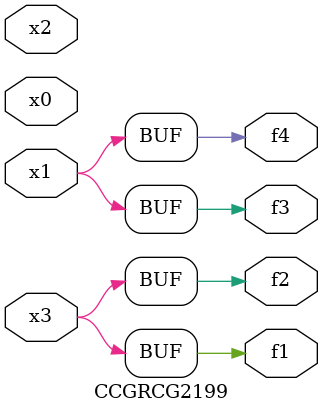
<source format=v>
module CCGRCG2199(
	input x0, x1, x2, x3,
	output f1, f2, f3, f4
);
	assign f1 = x3;
	assign f2 = x3;
	assign f3 = x1;
	assign f4 = x1;
endmodule

</source>
